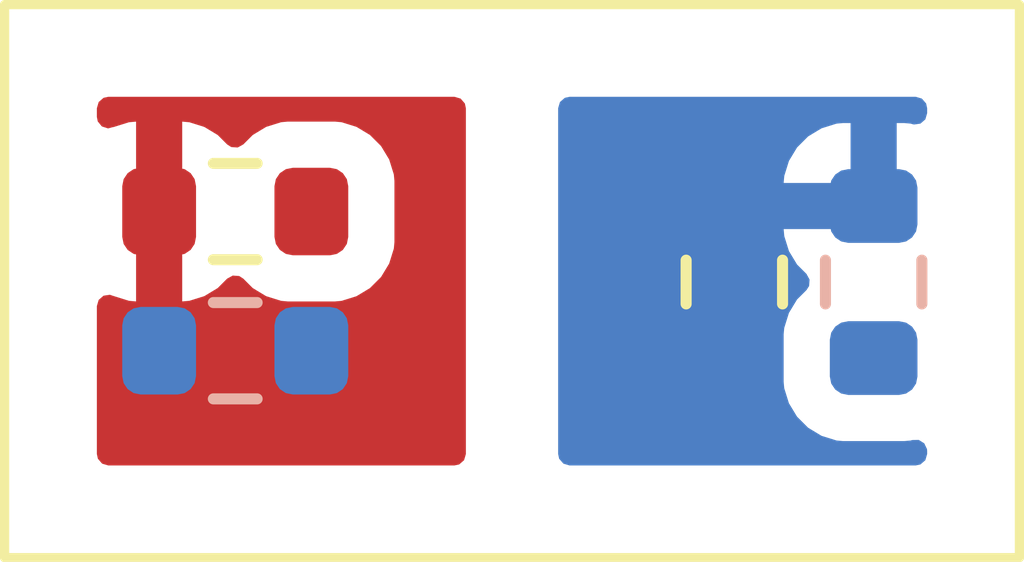
<source format=kicad_pcb>
(kicad_pcb (version 20241229) (generator "pcbnew") (generator_version "9.0")
  (layers (0 "F.Cu" signal) (2 "B.Cu" signal) (13 "F.Paste" user) (15 "B.Paste" user) (5 "F.SilkS" user "F.Silkscreen") (7 "B.SilkS" user "B.Silkscreen") (1 "F.Mask" user) (3 "B.Mask" user) (25 "Edge.Cuts" user))
  (net 0 "")
  (net 1 "P1")
  (net 2 "P2")
  (footprint "R_0603_1608Metric:R_0603_1608Metric" (layer "F.Cu") (at 148.5 104.245)
    (property "Reference" "R2" (hide yes))
    (property "Value" "1k" (hide yes))
    (fp_line (start -0.237258 -0.5225) (end 0.237258 -0.5225) (stroke (width 0.12)) (layer "F.SilkS"))
    (fp_line (start -0.237258 0.5225) (end 0.237258 0.5225) (stroke (width 0.12)) (layer "F.SilkS"))
    (pad "1" smd roundrect (at -0.825 0) (size 0.8 0.95) (layers "F.Cu" "F.Mask" "F.Paste") (net 1 "P1"))
    (pad "2" smd roundrect (at 0.825 0) (size 0.8 0.95) (layers "F.Cu" "F.Mask" "F.Paste") (net 2 "P2"))
  )
  (footprint "R_0603_1608Metric:R_0603_1608Metric" (layer "F.Cu") (at 153.91 105.01 90)
    (property "Reference" "R4" (hide yes))
    (property "Value" "1k" (hide yes))
    (fp_line (start -0.237258 -0.5225) (end 0.237258 -0.5225) (stroke (width 0.12)) (layer "F.SilkS"))
    (fp_line (start -0.237258 0.5225) (end 0.237258 0.5225) (stroke (width 0.12)) (layer "F.SilkS"))
    (pad "1" smd roundrect (at -0.825 0 90) (size 0.8 0.95) (layers "F.Cu" "F.Mask" "F.Paste") (net 1 "P1"))
    (pad "2" smd roundrect (at 0.825 0 90) (size 0.8 0.95) (layers "F.Cu" "F.Mask" "F.Paste") (net 2 "P2"))
  )
  (footprint "R_0603_1608Metric:R_0603_1608Metric" (layer "B.Cu") (at 155.42 105.01 90)
    (property "Reference" "R3" (hide yes))
    (property "Value" "1k" (hide yes))
    (fp_line (start -0.237258 -0.5225) (end 0.237258 -0.5225) (stroke (width 0.12)) (layer "B.SilkS"))
    (fp_line (start -0.237258 0.5225) (end 0.237258 0.5225) (stroke (width 0.12)) (layer "B.SilkS"))
    (pad "1" smd roundrect (at -0.825 0 90) (size 0.8 0.95) (layers "B.Cu" "B.Mask" "B.Paste") (net 1 "P1"))
    (pad "2" smd roundrect (at 0.825 0 90) (size 0.8 0.95) (layers "B.Cu" "B.Mask" "B.Paste") (net 2 "P2"))
  )
  (footprint "R_0603_1608Metric:R_0603_1608Metric" (layer "B.Cu") (at 148.5 105.755)
    (property "Reference" "R1" (hide yes))
    (property "Value" "1k" (hide yes))
    (fp_line (start -0.237258 -0.5225) (end 0.237258 -0.5225) (stroke (width 0.12)) (layer "B.SilkS"))
    (fp_line (start -0.237258 0.5225) (end 0.237258 0.5225) (stroke (width 0.12)) (layer "B.SilkS"))
    (pad "1" smd roundrect (at -0.825 0) (size 0.8 0.95) (layers "B.Cu" "B.Mask" "B.Paste") (net 1 "P1"))
    (pad "2" smd roundrect (at 0.825 0) (size 0.8 0.95) (layers "B.Cu" "B.Mask" "B.Paste") (net 2 "P2"))
  )
  (gr_rect (start 146 102) (end 157 108) (stroke (width 0.1)) (fill no) (layer "F.SilkS"))
  (zone (net 1) (net_name "P1") (layer "F.Cu") (connect_pads (clearance 0.5)) (min_thickness 0.25) (fill yes (thermal_gap 0.5) (thermal_bridge_width 0.5))
    (polygon (pts (xy 147 103) (xy 151 103) (xy 151 107) (xy 147 107)))
  )
  (zone (net 2) (net_name "P2") (layer "B.Cu") (priority 1) (connect_pads (clearance 0.5)) (min_thickness 0.25) (fill yes (thermal_gap 0.5) (thermal_bridge_width 0.5))
    (polygon (pts (xy 152 103) (xy 156 103) (xy 156 107) (xy 152 107)))
  )
)
</source>
